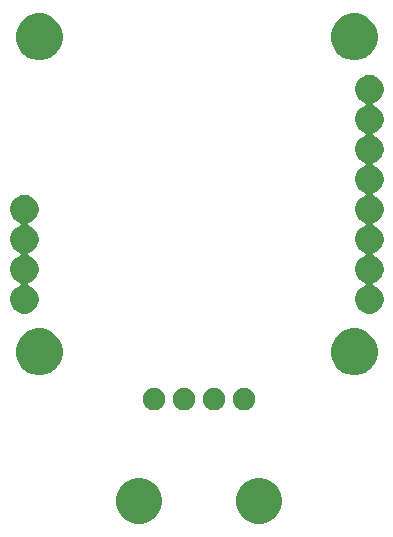
<source format=gbr>
G04 #@! TF.GenerationSoftware,KiCad,Pcbnew,(5.0.2)-1*
G04 #@! TF.CreationDate,2019-03-03T18:02:18-06:00*
G04 #@! TF.ProjectId,IMUBreakout_Hardware,494d5542-7265-4616-9b6f-75745f486172,rev?*
G04 #@! TF.SameCoordinates,Original*
G04 #@! TF.FileFunction,Soldermask,Bot*
G04 #@! TF.FilePolarity,Negative*
%FSLAX46Y46*%
G04 Gerber Fmt 4.6, Leading zero omitted, Abs format (unit mm)*
G04 Created by KiCad (PCBNEW (5.0.2)-1) date 3/3/2019 6:02:18 PM*
%MOMM*%
%LPD*%
G01*
G04 APERTURE LIST*
%ADD10C,0.100000*%
G04 APERTURE END LIST*
D10*
G36*
X157076299Y-102034976D02*
X157076301Y-102034977D01*
X157076302Y-102034977D01*
X157426629Y-102180087D01*
X157426630Y-102180088D01*
X157741919Y-102390757D01*
X158010043Y-102658881D01*
X158010045Y-102658884D01*
X158220713Y-102974171D01*
X158365823Y-103324498D01*
X158439800Y-103696404D01*
X158439800Y-104075596D01*
X158365823Y-104447502D01*
X158220713Y-104797829D01*
X158220712Y-104797830D01*
X158010043Y-105113119D01*
X157741919Y-105381243D01*
X157741916Y-105381245D01*
X157426629Y-105591913D01*
X157076302Y-105737023D01*
X157076301Y-105737023D01*
X157076299Y-105737024D01*
X156704397Y-105811000D01*
X156325203Y-105811000D01*
X155953301Y-105737024D01*
X155953299Y-105737023D01*
X155953298Y-105737023D01*
X155602971Y-105591913D01*
X155287684Y-105381245D01*
X155287681Y-105381243D01*
X155019557Y-105113119D01*
X154808888Y-104797830D01*
X154808887Y-104797829D01*
X154663777Y-104447502D01*
X154589800Y-104075596D01*
X154589800Y-103696404D01*
X154663777Y-103324498D01*
X154808887Y-102974171D01*
X155019555Y-102658884D01*
X155019557Y-102658881D01*
X155287681Y-102390757D01*
X155602970Y-102180088D01*
X155602971Y-102180087D01*
X155953298Y-102034977D01*
X155953299Y-102034977D01*
X155953301Y-102034976D01*
X156325203Y-101961000D01*
X156704397Y-101961000D01*
X157076299Y-102034976D01*
X157076299Y-102034976D01*
G37*
G36*
X167236299Y-102034976D02*
X167236301Y-102034977D01*
X167236302Y-102034977D01*
X167586629Y-102180087D01*
X167586630Y-102180088D01*
X167901919Y-102390757D01*
X168170043Y-102658881D01*
X168170045Y-102658884D01*
X168380713Y-102974171D01*
X168525823Y-103324498D01*
X168599800Y-103696404D01*
X168599800Y-104075596D01*
X168525823Y-104447502D01*
X168380713Y-104797829D01*
X168380712Y-104797830D01*
X168170043Y-105113119D01*
X167901919Y-105381243D01*
X167901916Y-105381245D01*
X167586629Y-105591913D01*
X167236302Y-105737023D01*
X167236301Y-105737023D01*
X167236299Y-105737024D01*
X166864397Y-105811000D01*
X166485203Y-105811000D01*
X166113301Y-105737024D01*
X166113299Y-105737023D01*
X166113298Y-105737023D01*
X165762971Y-105591913D01*
X165447684Y-105381245D01*
X165447681Y-105381243D01*
X165179557Y-105113119D01*
X164968888Y-104797830D01*
X164968887Y-104797829D01*
X164823777Y-104447502D01*
X164749800Y-104075596D01*
X164749800Y-103696404D01*
X164823777Y-103324498D01*
X164968887Y-102974171D01*
X165179555Y-102658884D01*
X165179557Y-102658881D01*
X165447681Y-102390757D01*
X165762970Y-102180088D01*
X165762971Y-102180087D01*
X166113298Y-102034977D01*
X166113299Y-102034977D01*
X166113301Y-102034976D01*
X166485203Y-101961000D01*
X166864397Y-101961000D01*
X167236299Y-102034976D01*
X167236299Y-102034976D01*
G37*
G36*
X160605403Y-94324968D02*
X160605406Y-94324969D01*
X160605405Y-94324969D01*
X160780478Y-94397486D01*
X160780479Y-94397487D01*
X160938041Y-94502767D01*
X161072033Y-94636759D01*
X161072034Y-94636761D01*
X161177314Y-94794322D01*
X161233403Y-94929734D01*
X161249832Y-94969397D01*
X161286800Y-95155250D01*
X161286800Y-95344750D01*
X161249832Y-95530603D01*
X161249831Y-95530605D01*
X161177314Y-95705678D01*
X161177313Y-95705679D01*
X161072033Y-95863241D01*
X160938041Y-95997233D01*
X160858723Y-96050232D01*
X160780478Y-96102514D01*
X160645066Y-96158603D01*
X160605403Y-96175032D01*
X160419550Y-96212000D01*
X160230050Y-96212000D01*
X160044197Y-96175032D01*
X160004534Y-96158603D01*
X159869122Y-96102514D01*
X159790877Y-96050232D01*
X159711559Y-95997233D01*
X159577567Y-95863241D01*
X159472287Y-95705679D01*
X159472286Y-95705678D01*
X159399769Y-95530605D01*
X159399768Y-95530603D01*
X159362800Y-95344750D01*
X159362800Y-95155250D01*
X159399768Y-94969397D01*
X159416197Y-94929734D01*
X159472286Y-94794322D01*
X159577566Y-94636761D01*
X159577567Y-94636759D01*
X159711559Y-94502767D01*
X159869121Y-94397487D01*
X159869122Y-94397486D01*
X160044195Y-94324969D01*
X160044194Y-94324969D01*
X160044197Y-94324968D01*
X160230050Y-94288000D01*
X160419550Y-94288000D01*
X160605403Y-94324968D01*
X160605403Y-94324968D01*
G37*
G36*
X165685403Y-94324968D02*
X165685406Y-94324969D01*
X165685405Y-94324969D01*
X165860478Y-94397486D01*
X165860479Y-94397487D01*
X166018041Y-94502767D01*
X166152033Y-94636759D01*
X166152034Y-94636761D01*
X166257314Y-94794322D01*
X166313403Y-94929734D01*
X166329832Y-94969397D01*
X166366800Y-95155250D01*
X166366800Y-95344750D01*
X166329832Y-95530603D01*
X166329831Y-95530605D01*
X166257314Y-95705678D01*
X166257313Y-95705679D01*
X166152033Y-95863241D01*
X166018041Y-95997233D01*
X165938723Y-96050232D01*
X165860478Y-96102514D01*
X165725066Y-96158603D01*
X165685403Y-96175032D01*
X165499550Y-96212000D01*
X165310050Y-96212000D01*
X165124197Y-96175032D01*
X165084534Y-96158603D01*
X164949122Y-96102514D01*
X164870877Y-96050232D01*
X164791559Y-95997233D01*
X164657567Y-95863241D01*
X164552287Y-95705679D01*
X164552286Y-95705678D01*
X164479769Y-95530605D01*
X164479768Y-95530603D01*
X164442800Y-95344750D01*
X164442800Y-95155250D01*
X164479768Y-94969397D01*
X164496197Y-94929734D01*
X164552286Y-94794322D01*
X164657566Y-94636761D01*
X164657567Y-94636759D01*
X164791559Y-94502767D01*
X164949121Y-94397487D01*
X164949122Y-94397486D01*
X165124195Y-94324969D01*
X165124194Y-94324969D01*
X165124197Y-94324968D01*
X165310050Y-94288000D01*
X165499550Y-94288000D01*
X165685403Y-94324968D01*
X165685403Y-94324968D01*
G37*
G36*
X158065403Y-94324968D02*
X158065406Y-94324969D01*
X158065405Y-94324969D01*
X158240478Y-94397486D01*
X158240479Y-94397487D01*
X158398041Y-94502767D01*
X158532033Y-94636759D01*
X158532034Y-94636761D01*
X158637314Y-94794322D01*
X158693403Y-94929734D01*
X158709832Y-94969397D01*
X158746800Y-95155250D01*
X158746800Y-95344750D01*
X158709832Y-95530603D01*
X158709831Y-95530605D01*
X158637314Y-95705678D01*
X158637313Y-95705679D01*
X158532033Y-95863241D01*
X158398041Y-95997233D01*
X158318723Y-96050232D01*
X158240478Y-96102514D01*
X158105066Y-96158603D01*
X158065403Y-96175032D01*
X157879550Y-96212000D01*
X157690050Y-96212000D01*
X157504197Y-96175032D01*
X157464534Y-96158603D01*
X157329122Y-96102514D01*
X157250877Y-96050232D01*
X157171559Y-95997233D01*
X157037567Y-95863241D01*
X156932287Y-95705679D01*
X156932286Y-95705678D01*
X156859769Y-95530605D01*
X156859768Y-95530603D01*
X156822800Y-95344750D01*
X156822800Y-95155250D01*
X156859768Y-94969397D01*
X156876197Y-94929734D01*
X156932286Y-94794322D01*
X157037566Y-94636761D01*
X157037567Y-94636759D01*
X157171559Y-94502767D01*
X157329121Y-94397487D01*
X157329122Y-94397486D01*
X157504195Y-94324969D01*
X157504194Y-94324969D01*
X157504197Y-94324968D01*
X157690050Y-94288000D01*
X157879550Y-94288000D01*
X158065403Y-94324968D01*
X158065403Y-94324968D01*
G37*
G36*
X163145403Y-94324968D02*
X163145406Y-94324969D01*
X163145405Y-94324969D01*
X163320478Y-94397486D01*
X163320479Y-94397487D01*
X163478041Y-94502767D01*
X163612033Y-94636759D01*
X163612034Y-94636761D01*
X163717314Y-94794322D01*
X163773403Y-94929734D01*
X163789832Y-94969397D01*
X163826800Y-95155250D01*
X163826800Y-95344750D01*
X163789832Y-95530603D01*
X163789831Y-95530605D01*
X163717314Y-95705678D01*
X163717313Y-95705679D01*
X163612033Y-95863241D01*
X163478041Y-95997233D01*
X163398723Y-96050232D01*
X163320478Y-96102514D01*
X163185066Y-96158603D01*
X163145403Y-96175032D01*
X162959550Y-96212000D01*
X162770050Y-96212000D01*
X162584197Y-96175032D01*
X162544534Y-96158603D01*
X162409122Y-96102514D01*
X162330877Y-96050232D01*
X162251559Y-95997233D01*
X162117567Y-95863241D01*
X162012287Y-95705679D01*
X162012286Y-95705678D01*
X161939769Y-95530605D01*
X161939768Y-95530603D01*
X161902800Y-95344750D01*
X161902800Y-95155250D01*
X161939768Y-94969397D01*
X161956197Y-94929734D01*
X162012286Y-94794322D01*
X162117566Y-94636761D01*
X162117567Y-94636759D01*
X162251559Y-94502767D01*
X162409121Y-94397487D01*
X162409122Y-94397486D01*
X162584195Y-94324969D01*
X162584194Y-94324969D01*
X162584197Y-94324968D01*
X162770050Y-94288000D01*
X162959550Y-94288000D01*
X163145403Y-94324968D01*
X163145403Y-94324968D01*
G37*
G36*
X175324961Y-89364014D02*
X175684933Y-89513119D01*
X176008905Y-89729590D01*
X176284411Y-90005096D01*
X176500882Y-90329068D01*
X176649987Y-90689040D01*
X176726000Y-91071184D01*
X176726000Y-91460818D01*
X176649987Y-91842962D01*
X176500882Y-92202934D01*
X176284411Y-92526906D01*
X176008905Y-92802412D01*
X175684933Y-93018883D01*
X175324961Y-93167988D01*
X174942817Y-93244001D01*
X174553183Y-93244001D01*
X174171039Y-93167988D01*
X173811067Y-93018883D01*
X173487095Y-92802412D01*
X173211589Y-92526906D01*
X172995118Y-92202934D01*
X172846013Y-91842962D01*
X172770000Y-91460818D01*
X172770000Y-91071184D01*
X172846013Y-90689040D01*
X172995118Y-90329068D01*
X173211589Y-90005096D01*
X173487095Y-89729590D01*
X173811067Y-89513119D01*
X174171039Y-89364014D01*
X174553183Y-89288001D01*
X174942817Y-89288001D01*
X175324961Y-89364014D01*
X175324961Y-89364014D01*
G37*
G36*
X148654961Y-89364014D02*
X149014933Y-89513119D01*
X149338905Y-89729590D01*
X149614411Y-90005096D01*
X149830882Y-90329068D01*
X149979987Y-90689040D01*
X150056000Y-91071184D01*
X150056000Y-91460818D01*
X149979987Y-91842962D01*
X149830882Y-92202934D01*
X149614411Y-92526906D01*
X149338905Y-92802412D01*
X149014933Y-93018883D01*
X148654961Y-93167988D01*
X148272817Y-93244001D01*
X147883183Y-93244001D01*
X147501039Y-93167988D01*
X147141067Y-93018883D01*
X146817095Y-92802412D01*
X146541589Y-92526906D01*
X146325118Y-92202934D01*
X146176013Y-91842962D01*
X146100000Y-91460818D01*
X146100000Y-91071184D01*
X146176013Y-90689040D01*
X146325118Y-90329068D01*
X146541589Y-90005096D01*
X146817095Y-89729590D01*
X147141067Y-89513119D01*
X147501039Y-89364014D01*
X147883183Y-89288001D01*
X148272817Y-89288001D01*
X148654961Y-89364014D01*
X148654961Y-89364014D01*
G37*
G36*
X176372691Y-67866730D02*
X176593992Y-67958396D01*
X176793157Y-68091474D01*
X176962526Y-68260843D01*
X177095604Y-68460008D01*
X177187270Y-68681309D01*
X177233999Y-68916234D01*
X177233999Y-69155768D01*
X177187270Y-69390693D01*
X177095604Y-69611994D01*
X176962526Y-69811159D01*
X176793157Y-69980528D01*
X176593992Y-70113606D01*
X176408315Y-70190516D01*
X176386705Y-70202067D01*
X176367763Y-70217613D01*
X176352217Y-70236555D01*
X176340666Y-70258166D01*
X176333553Y-70281615D01*
X176331151Y-70306001D01*
X176333553Y-70330387D01*
X176340666Y-70353837D01*
X176352217Y-70375447D01*
X176367763Y-70394389D01*
X176386705Y-70409935D01*
X176408315Y-70421486D01*
X176593992Y-70498396D01*
X176793157Y-70631474D01*
X176962526Y-70800843D01*
X177095604Y-71000008D01*
X177187270Y-71221309D01*
X177233999Y-71456234D01*
X177233999Y-71695768D01*
X177187270Y-71930693D01*
X177095604Y-72151994D01*
X176962526Y-72351159D01*
X176793157Y-72520528D01*
X176593992Y-72653606D01*
X176408315Y-72730516D01*
X176386705Y-72742067D01*
X176367763Y-72757613D01*
X176352217Y-72776555D01*
X176340666Y-72798166D01*
X176333553Y-72821615D01*
X176331151Y-72846001D01*
X176333553Y-72870387D01*
X176340666Y-72893837D01*
X176352217Y-72915447D01*
X176367763Y-72934389D01*
X176386705Y-72949935D01*
X176408315Y-72961486D01*
X176593992Y-73038396D01*
X176793157Y-73171474D01*
X176962526Y-73340843D01*
X177095604Y-73540008D01*
X177187270Y-73761309D01*
X177233999Y-73996234D01*
X177233999Y-74235768D01*
X177187270Y-74470693D01*
X177095604Y-74691994D01*
X176962526Y-74891159D01*
X176793157Y-75060528D01*
X176593992Y-75193606D01*
X176408315Y-75270516D01*
X176386705Y-75282067D01*
X176367763Y-75297613D01*
X176352217Y-75316555D01*
X176340666Y-75338166D01*
X176333553Y-75361615D01*
X176331151Y-75386001D01*
X176333553Y-75410387D01*
X176340666Y-75433837D01*
X176352217Y-75455447D01*
X176367763Y-75474389D01*
X176386705Y-75489935D01*
X176408315Y-75501486D01*
X176593992Y-75578396D01*
X176793157Y-75711474D01*
X176962526Y-75880843D01*
X177095604Y-76080008D01*
X177187270Y-76301309D01*
X177233999Y-76536234D01*
X177233999Y-76775768D01*
X177187270Y-77010693D01*
X177095604Y-77231994D01*
X176962526Y-77431159D01*
X176793157Y-77600528D01*
X176593992Y-77733606D01*
X176408315Y-77810516D01*
X176386705Y-77822067D01*
X176367763Y-77837613D01*
X176352217Y-77856555D01*
X176340666Y-77878166D01*
X176333553Y-77901615D01*
X176331151Y-77926001D01*
X176333553Y-77950387D01*
X176340666Y-77973837D01*
X176352217Y-77995447D01*
X176367763Y-78014389D01*
X176386705Y-78029935D01*
X176408315Y-78041486D01*
X176593992Y-78118396D01*
X176793157Y-78251474D01*
X176962526Y-78420843D01*
X177095604Y-78620008D01*
X177187270Y-78841309D01*
X177233999Y-79076234D01*
X177233999Y-79315768D01*
X177187270Y-79550693D01*
X177095604Y-79771994D01*
X176962526Y-79971159D01*
X176793157Y-80140528D01*
X176593992Y-80273606D01*
X176408315Y-80350516D01*
X176386705Y-80362067D01*
X176367763Y-80377613D01*
X176352217Y-80396555D01*
X176340666Y-80418166D01*
X176333553Y-80441615D01*
X176331151Y-80466001D01*
X176333553Y-80490387D01*
X176340666Y-80513837D01*
X176352217Y-80535447D01*
X176367763Y-80554389D01*
X176386705Y-80569935D01*
X176408315Y-80581486D01*
X176593992Y-80658396D01*
X176793157Y-80791474D01*
X176962526Y-80960843D01*
X177095604Y-81160008D01*
X177187270Y-81381309D01*
X177233999Y-81616234D01*
X177233999Y-81855768D01*
X177187270Y-82090693D01*
X177095604Y-82311994D01*
X176962526Y-82511159D01*
X176793157Y-82680528D01*
X176593992Y-82813606D01*
X176408315Y-82890516D01*
X176386705Y-82902067D01*
X176367763Y-82917613D01*
X176352217Y-82936555D01*
X176340666Y-82958166D01*
X176333553Y-82981615D01*
X176331151Y-83006001D01*
X176333553Y-83030387D01*
X176340666Y-83053837D01*
X176352217Y-83075447D01*
X176367763Y-83094389D01*
X176386705Y-83109935D01*
X176408315Y-83121486D01*
X176593992Y-83198396D01*
X176793157Y-83331474D01*
X176962526Y-83500843D01*
X177095604Y-83700008D01*
X177187270Y-83921309D01*
X177233999Y-84156234D01*
X177233999Y-84395768D01*
X177187270Y-84630693D01*
X177095604Y-84851994D01*
X176962526Y-85051159D01*
X176793157Y-85220528D01*
X176593992Y-85353606D01*
X176408315Y-85430516D01*
X176386705Y-85442067D01*
X176367763Y-85457613D01*
X176352217Y-85476555D01*
X176340666Y-85498166D01*
X176333553Y-85521615D01*
X176331151Y-85546001D01*
X176333553Y-85570387D01*
X176340666Y-85593837D01*
X176352217Y-85615447D01*
X176367763Y-85634389D01*
X176386705Y-85649935D01*
X176408315Y-85661486D01*
X176593992Y-85738396D01*
X176793157Y-85871474D01*
X176962526Y-86040843D01*
X177095604Y-86240008D01*
X177187270Y-86461309D01*
X177233999Y-86696234D01*
X177233999Y-86935768D01*
X177187270Y-87170693D01*
X177095604Y-87391994D01*
X176962526Y-87591159D01*
X176793157Y-87760528D01*
X176593992Y-87893606D01*
X176372691Y-87985272D01*
X176137766Y-88032001D01*
X175898232Y-88032001D01*
X175663307Y-87985272D01*
X175442006Y-87893606D01*
X175242841Y-87760528D01*
X175073472Y-87591159D01*
X174940394Y-87391994D01*
X174848728Y-87170693D01*
X174801999Y-86935768D01*
X174801999Y-86696234D01*
X174848728Y-86461309D01*
X174940394Y-86240008D01*
X175073472Y-86040843D01*
X175242841Y-85871474D01*
X175442006Y-85738396D01*
X175627683Y-85661486D01*
X175649293Y-85649935D01*
X175668235Y-85634389D01*
X175683781Y-85615447D01*
X175695332Y-85593836D01*
X175702445Y-85570387D01*
X175704847Y-85546001D01*
X175702445Y-85521615D01*
X175695332Y-85498165D01*
X175683781Y-85476555D01*
X175668235Y-85457613D01*
X175649293Y-85442067D01*
X175627683Y-85430516D01*
X175442006Y-85353606D01*
X175242841Y-85220528D01*
X175073472Y-85051159D01*
X174940394Y-84851994D01*
X174848728Y-84630693D01*
X174801999Y-84395768D01*
X174801999Y-84156234D01*
X174848728Y-83921309D01*
X174940394Y-83700008D01*
X175073472Y-83500843D01*
X175242841Y-83331474D01*
X175442006Y-83198396D01*
X175627683Y-83121486D01*
X175649293Y-83109935D01*
X175668235Y-83094389D01*
X175683781Y-83075447D01*
X175695332Y-83053836D01*
X175702445Y-83030387D01*
X175704847Y-83006001D01*
X175702445Y-82981615D01*
X175695332Y-82958165D01*
X175683781Y-82936555D01*
X175668235Y-82917613D01*
X175649293Y-82902067D01*
X175627683Y-82890516D01*
X175442006Y-82813606D01*
X175242841Y-82680528D01*
X175073472Y-82511159D01*
X174940394Y-82311994D01*
X174848728Y-82090693D01*
X174801999Y-81855768D01*
X174801999Y-81616234D01*
X174848728Y-81381309D01*
X174940394Y-81160008D01*
X175073472Y-80960843D01*
X175242841Y-80791474D01*
X175442006Y-80658396D01*
X175627683Y-80581486D01*
X175649293Y-80569935D01*
X175668235Y-80554389D01*
X175683781Y-80535447D01*
X175695332Y-80513836D01*
X175702445Y-80490387D01*
X175704847Y-80466001D01*
X175702445Y-80441615D01*
X175695332Y-80418165D01*
X175683781Y-80396555D01*
X175668235Y-80377613D01*
X175649293Y-80362067D01*
X175627683Y-80350516D01*
X175442006Y-80273606D01*
X175242841Y-80140528D01*
X175073472Y-79971159D01*
X174940394Y-79771994D01*
X174848728Y-79550693D01*
X174801999Y-79315768D01*
X174801999Y-79076234D01*
X174848728Y-78841309D01*
X174940394Y-78620008D01*
X175073472Y-78420843D01*
X175242841Y-78251474D01*
X175442006Y-78118396D01*
X175627683Y-78041486D01*
X175649293Y-78029935D01*
X175668235Y-78014389D01*
X175683781Y-77995447D01*
X175695332Y-77973836D01*
X175702445Y-77950387D01*
X175704847Y-77926001D01*
X175702445Y-77901615D01*
X175695332Y-77878165D01*
X175683781Y-77856555D01*
X175668235Y-77837613D01*
X175649293Y-77822067D01*
X175627683Y-77810516D01*
X175442006Y-77733606D01*
X175242841Y-77600528D01*
X175073472Y-77431159D01*
X174940394Y-77231994D01*
X174848728Y-77010693D01*
X174801999Y-76775768D01*
X174801999Y-76536234D01*
X174848728Y-76301309D01*
X174940394Y-76080008D01*
X175073472Y-75880843D01*
X175242841Y-75711474D01*
X175442006Y-75578396D01*
X175627683Y-75501486D01*
X175649293Y-75489935D01*
X175668235Y-75474389D01*
X175683781Y-75455447D01*
X175695332Y-75433836D01*
X175702445Y-75410387D01*
X175704847Y-75386001D01*
X175702445Y-75361615D01*
X175695332Y-75338165D01*
X175683781Y-75316555D01*
X175668235Y-75297613D01*
X175649293Y-75282067D01*
X175627683Y-75270516D01*
X175442006Y-75193606D01*
X175242841Y-75060528D01*
X175073472Y-74891159D01*
X174940394Y-74691994D01*
X174848728Y-74470693D01*
X174801999Y-74235768D01*
X174801999Y-73996234D01*
X174848728Y-73761309D01*
X174940394Y-73540008D01*
X175073472Y-73340843D01*
X175242841Y-73171474D01*
X175442006Y-73038396D01*
X175627683Y-72961486D01*
X175649293Y-72949935D01*
X175668235Y-72934389D01*
X175683781Y-72915447D01*
X175695332Y-72893836D01*
X175702445Y-72870387D01*
X175704847Y-72846001D01*
X175702445Y-72821615D01*
X175695332Y-72798165D01*
X175683781Y-72776555D01*
X175668235Y-72757613D01*
X175649293Y-72742067D01*
X175627683Y-72730516D01*
X175442006Y-72653606D01*
X175242841Y-72520528D01*
X175073472Y-72351159D01*
X174940394Y-72151994D01*
X174848728Y-71930693D01*
X174801999Y-71695768D01*
X174801999Y-71456234D01*
X174848728Y-71221309D01*
X174940394Y-71000008D01*
X175073472Y-70800843D01*
X175242841Y-70631474D01*
X175442006Y-70498396D01*
X175627683Y-70421486D01*
X175649293Y-70409935D01*
X175668235Y-70394389D01*
X175683781Y-70375447D01*
X175695332Y-70353836D01*
X175702445Y-70330387D01*
X175704847Y-70306001D01*
X175702445Y-70281615D01*
X175695332Y-70258165D01*
X175683781Y-70236555D01*
X175668235Y-70217613D01*
X175649293Y-70202067D01*
X175627683Y-70190516D01*
X175442006Y-70113606D01*
X175242841Y-69980528D01*
X175073472Y-69811159D01*
X174940394Y-69611994D01*
X174848728Y-69390693D01*
X174801999Y-69155768D01*
X174801999Y-68916234D01*
X174848728Y-68681309D01*
X174940394Y-68460008D01*
X175073472Y-68260843D01*
X175242841Y-68091474D01*
X175442006Y-67958396D01*
X175663307Y-67866730D01*
X175898232Y-67820001D01*
X176137766Y-67820001D01*
X176372691Y-67866730D01*
X176372691Y-67866730D01*
G37*
G36*
X147162692Y-78026730D02*
X147383993Y-78118396D01*
X147583158Y-78251474D01*
X147752527Y-78420843D01*
X147885605Y-78620008D01*
X147977271Y-78841309D01*
X148024000Y-79076234D01*
X148024000Y-79315768D01*
X147977271Y-79550693D01*
X147885605Y-79771994D01*
X147752527Y-79971159D01*
X147583158Y-80140528D01*
X147383993Y-80273606D01*
X147198316Y-80350516D01*
X147176706Y-80362067D01*
X147157764Y-80377613D01*
X147142218Y-80396555D01*
X147130667Y-80418166D01*
X147123554Y-80441615D01*
X147121152Y-80466001D01*
X147123554Y-80490387D01*
X147130667Y-80513837D01*
X147142218Y-80535447D01*
X147157764Y-80554389D01*
X147176706Y-80569935D01*
X147198316Y-80581486D01*
X147383993Y-80658396D01*
X147583158Y-80791474D01*
X147752527Y-80960843D01*
X147885605Y-81160008D01*
X147977271Y-81381309D01*
X148024000Y-81616234D01*
X148024000Y-81855768D01*
X147977271Y-82090693D01*
X147885605Y-82311994D01*
X147752527Y-82511159D01*
X147583158Y-82680528D01*
X147383993Y-82813606D01*
X147198316Y-82890516D01*
X147176706Y-82902067D01*
X147157764Y-82917613D01*
X147142218Y-82936555D01*
X147130667Y-82958166D01*
X147123554Y-82981615D01*
X147121152Y-83006001D01*
X147123554Y-83030387D01*
X147130667Y-83053837D01*
X147142218Y-83075447D01*
X147157764Y-83094389D01*
X147176706Y-83109935D01*
X147198316Y-83121486D01*
X147383993Y-83198396D01*
X147583158Y-83331474D01*
X147752527Y-83500843D01*
X147885605Y-83700008D01*
X147977271Y-83921309D01*
X148024000Y-84156234D01*
X148024000Y-84395768D01*
X147977271Y-84630693D01*
X147885605Y-84851994D01*
X147752527Y-85051159D01*
X147583158Y-85220528D01*
X147383993Y-85353606D01*
X147198316Y-85430516D01*
X147176706Y-85442067D01*
X147157764Y-85457613D01*
X147142218Y-85476555D01*
X147130667Y-85498166D01*
X147123554Y-85521615D01*
X147121152Y-85546001D01*
X147123554Y-85570387D01*
X147130667Y-85593837D01*
X147142218Y-85615447D01*
X147157764Y-85634389D01*
X147176706Y-85649935D01*
X147198316Y-85661486D01*
X147383993Y-85738396D01*
X147583158Y-85871474D01*
X147752527Y-86040843D01*
X147885605Y-86240008D01*
X147977271Y-86461309D01*
X148024000Y-86696234D01*
X148024000Y-86935768D01*
X147977271Y-87170693D01*
X147885605Y-87391994D01*
X147752527Y-87591159D01*
X147583158Y-87760528D01*
X147383993Y-87893606D01*
X147162692Y-87985272D01*
X146927767Y-88032001D01*
X146688233Y-88032001D01*
X146453308Y-87985272D01*
X146232007Y-87893606D01*
X146032842Y-87760528D01*
X145863473Y-87591159D01*
X145730395Y-87391994D01*
X145638729Y-87170693D01*
X145592000Y-86935768D01*
X145592000Y-86696234D01*
X145638729Y-86461309D01*
X145730395Y-86240008D01*
X145863473Y-86040843D01*
X146032842Y-85871474D01*
X146232007Y-85738396D01*
X146417684Y-85661486D01*
X146439294Y-85649935D01*
X146458236Y-85634389D01*
X146473782Y-85615447D01*
X146485333Y-85593836D01*
X146492446Y-85570387D01*
X146494848Y-85546001D01*
X146492446Y-85521615D01*
X146485333Y-85498165D01*
X146473782Y-85476555D01*
X146458236Y-85457613D01*
X146439294Y-85442067D01*
X146417684Y-85430516D01*
X146232007Y-85353606D01*
X146032842Y-85220528D01*
X145863473Y-85051159D01*
X145730395Y-84851994D01*
X145638729Y-84630693D01*
X145592000Y-84395768D01*
X145592000Y-84156234D01*
X145638729Y-83921309D01*
X145730395Y-83700008D01*
X145863473Y-83500843D01*
X146032842Y-83331474D01*
X146232007Y-83198396D01*
X146417684Y-83121486D01*
X146439294Y-83109935D01*
X146458236Y-83094389D01*
X146473782Y-83075447D01*
X146485333Y-83053836D01*
X146492446Y-83030387D01*
X146494848Y-83006001D01*
X146492446Y-82981615D01*
X146485333Y-82958165D01*
X146473782Y-82936555D01*
X146458236Y-82917613D01*
X146439294Y-82902067D01*
X146417684Y-82890516D01*
X146232007Y-82813606D01*
X146032842Y-82680528D01*
X145863473Y-82511159D01*
X145730395Y-82311994D01*
X145638729Y-82090693D01*
X145592000Y-81855768D01*
X145592000Y-81616234D01*
X145638729Y-81381309D01*
X145730395Y-81160008D01*
X145863473Y-80960843D01*
X146032842Y-80791474D01*
X146232007Y-80658396D01*
X146417684Y-80581486D01*
X146439294Y-80569935D01*
X146458236Y-80554389D01*
X146473782Y-80535447D01*
X146485333Y-80513836D01*
X146492446Y-80490387D01*
X146494848Y-80466001D01*
X146492446Y-80441615D01*
X146485333Y-80418165D01*
X146473782Y-80396555D01*
X146458236Y-80377613D01*
X146439294Y-80362067D01*
X146417684Y-80350516D01*
X146232007Y-80273606D01*
X146032842Y-80140528D01*
X145863473Y-79971159D01*
X145730395Y-79771994D01*
X145638729Y-79550693D01*
X145592000Y-79315768D01*
X145592000Y-79076234D01*
X145638729Y-78841309D01*
X145730395Y-78620008D01*
X145863473Y-78420843D01*
X146032842Y-78251474D01*
X146232007Y-78118396D01*
X146453308Y-78026730D01*
X146688233Y-77980001D01*
X146927767Y-77980001D01*
X147162692Y-78026730D01*
X147162692Y-78026730D01*
G37*
G36*
X175324961Y-62694014D02*
X175684933Y-62843119D01*
X176008905Y-63059590D01*
X176284411Y-63335096D01*
X176500882Y-63659068D01*
X176649987Y-64019040D01*
X176726000Y-64401184D01*
X176726000Y-64790818D01*
X176649987Y-65172962D01*
X176500882Y-65532934D01*
X176284411Y-65856906D01*
X176008905Y-66132412D01*
X175684933Y-66348883D01*
X175324961Y-66497988D01*
X174942817Y-66574001D01*
X174553183Y-66574001D01*
X174171039Y-66497988D01*
X173811067Y-66348883D01*
X173487095Y-66132412D01*
X173211589Y-65856906D01*
X172995118Y-65532934D01*
X172846013Y-65172962D01*
X172770000Y-64790818D01*
X172770000Y-64401184D01*
X172846013Y-64019040D01*
X172995118Y-63659068D01*
X173211589Y-63335096D01*
X173487095Y-63059590D01*
X173811067Y-62843119D01*
X174171039Y-62694014D01*
X174553183Y-62618001D01*
X174942817Y-62618001D01*
X175324961Y-62694014D01*
X175324961Y-62694014D01*
G37*
G36*
X148654961Y-62694014D02*
X149014933Y-62843119D01*
X149338905Y-63059590D01*
X149614411Y-63335096D01*
X149830882Y-63659068D01*
X149979987Y-64019040D01*
X150056000Y-64401184D01*
X150056000Y-64790818D01*
X149979987Y-65172962D01*
X149830882Y-65532934D01*
X149614411Y-65856906D01*
X149338905Y-66132412D01*
X149014933Y-66348883D01*
X148654961Y-66497988D01*
X148272817Y-66574001D01*
X147883183Y-66574001D01*
X147501039Y-66497988D01*
X147141067Y-66348883D01*
X146817095Y-66132412D01*
X146541589Y-65856906D01*
X146325118Y-65532934D01*
X146176013Y-65172962D01*
X146100000Y-64790818D01*
X146100000Y-64401184D01*
X146176013Y-64019040D01*
X146325118Y-63659068D01*
X146541589Y-63335096D01*
X146817095Y-63059590D01*
X147141067Y-62843119D01*
X147501039Y-62694014D01*
X147883183Y-62618001D01*
X148272817Y-62618001D01*
X148654961Y-62694014D01*
X148654961Y-62694014D01*
G37*
M02*

</source>
